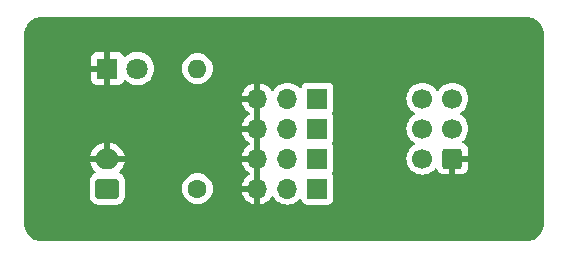
<source format=gbr>
%TF.GenerationSoftware,KiCad,Pcbnew,7.0.7*%
%TF.CreationDate,2024-12-21T21:28:54+01:00*%
%TF.ProjectId,servo_board,73657276-6f5f-4626-9f61-72642e6b6963,1.0*%
%TF.SameCoordinates,Original*%
%TF.FileFunction,Copper,L2,Bot*%
%TF.FilePolarity,Positive*%
%FSLAX46Y46*%
G04 Gerber Fmt 4.6, Leading zero omitted, Abs format (unit mm)*
G04 Created by KiCad (PCBNEW 7.0.7) date 2024-12-21 21:28:54*
%MOMM*%
%LPD*%
G01*
G04 APERTURE LIST*
G04 Aperture macros list*
%AMRoundRect*
0 Rectangle with rounded corners*
0 $1 Rounding radius*
0 $2 $3 $4 $5 $6 $7 $8 $9 X,Y pos of 4 corners*
0 Add a 4 corners polygon primitive as box body*
4,1,4,$2,$3,$4,$5,$6,$7,$8,$9,$2,$3,0*
0 Add four circle primitives for the rounded corners*
1,1,$1+$1,$2,$3*
1,1,$1+$1,$4,$5*
1,1,$1+$1,$6,$7*
1,1,$1+$1,$8,$9*
0 Add four rect primitives between the rounded corners*
20,1,$1+$1,$2,$3,$4,$5,0*
20,1,$1+$1,$4,$5,$6,$7,0*
20,1,$1+$1,$6,$7,$8,$9,0*
20,1,$1+$1,$8,$9,$2,$3,0*%
G04 Aperture macros list end*
%TA.AperFunction,ComponentPad*%
%ADD10C,1.600000*%
%TD*%
%TA.AperFunction,ComponentPad*%
%ADD11O,1.600000X1.600000*%
%TD*%
%TA.AperFunction,ComponentPad*%
%ADD12RoundRect,0.250000X0.750000X-0.600000X0.750000X0.600000X-0.750000X0.600000X-0.750000X-0.600000X0*%
%TD*%
%TA.AperFunction,ComponentPad*%
%ADD13O,2.000000X1.700000*%
%TD*%
%TA.AperFunction,ComponentPad*%
%ADD14R,1.700000X1.700000*%
%TD*%
%TA.AperFunction,ComponentPad*%
%ADD15O,1.700000X1.700000*%
%TD*%
%TA.AperFunction,ComponentPad*%
%ADD16RoundRect,0.250000X0.600000X0.600000X-0.600000X0.600000X-0.600000X-0.600000X0.600000X-0.600000X0*%
%TD*%
%TA.AperFunction,ComponentPad*%
%ADD17C,1.700000*%
%TD*%
%TA.AperFunction,ComponentPad*%
%ADD18R,1.800000X1.800000*%
%TD*%
%TA.AperFunction,ComponentPad*%
%ADD19C,1.800000*%
%TD*%
G04 APERTURE END LIST*
D10*
%TO.P,R1 220R,1*%
%TO.N,VDD*%
X90170000Y-66040000D03*
D11*
%TO.P,R1 220R,2*%
%TO.N,Net-(D1-A)*%
X90170000Y-55880000D03*
%TD*%
D12*
%TO.P,J6 XH,1,Pin_1*%
%TO.N,VDD*%
X82550000Y-66040000D03*
D13*
%TO.P,J6 XH,2,Pin_2*%
%TO.N,GND*%
X82550000Y-63540000D03*
%TD*%
D14*
%TO.P,J5,1,Pin_1*%
%TO.N,/Data_BL*%
X100330000Y-58420000D03*
D15*
%TO.P,J5,2,Pin_2*%
%TO.N,VDD*%
X97790000Y-58420000D03*
%TO.P,J5,3,Pin_3*%
%TO.N,GND*%
X95250000Y-58420000D03*
%TD*%
D14*
%TO.P,J4,1,Pin_1*%
%TO.N,/Data_BR*%
X100330000Y-60960000D03*
D15*
%TO.P,J4,2,Pin_2*%
%TO.N,VDD*%
X97790000Y-60960000D03*
%TO.P,J4,3,Pin_3*%
%TO.N,GND*%
X95250000Y-60960000D03*
%TD*%
D14*
%TO.P,J3,1,Pin_1*%
%TO.N,/Data_TR*%
X100330000Y-63500000D03*
D15*
%TO.P,J3,2,Pin_2*%
%TO.N,VDD*%
X97790000Y-63500000D03*
%TO.P,J3,3,Pin_3*%
%TO.N,GND*%
X95250000Y-63500000D03*
%TD*%
%TO.P,J2,3,Pin_3*%
%TO.N,GND*%
X95250000Y-66040000D03*
%TO.P,J2,2,Pin_2*%
%TO.N,VDD*%
X97790000Y-66040000D03*
D14*
%TO.P,J2,1,Pin_1*%
%TO.N,/Data_TL*%
X100330000Y-66040000D03*
%TD*%
D16*
%TO.P,J1 box,1,Pin_1*%
%TO.N,GND*%
X111760000Y-63500000D03*
D17*
%TO.P,J1 box,2,Pin_2*%
%TO.N,/Data_TL*%
X109220000Y-63500000D03*
%TO.P,J1 box,3,Pin_3*%
%TO.N,/Data_TR*%
X111760000Y-60960000D03*
%TO.P,J1 box,4,Pin_4*%
%TO.N,/Data_BR*%
X109220000Y-60960000D03*
%TO.P,J1 box,5,Pin_5*%
%TO.N,/Data_BL*%
X111760000Y-58420000D03*
%TO.P,J1 box,6,Pin_6*%
%TO.N,unconnected-(J1-Pin_6-Pad6)*%
X109220000Y-58420000D03*
%TD*%
D18*
%TO.P,D1 led,1,K*%
%TO.N,GND*%
X82550000Y-55880000D03*
D19*
%TO.P,D1 led,2,A*%
%TO.N,Net-(D1-A)*%
X85090000Y-55880000D03*
%TD*%
%TA.AperFunction,Conductor*%
%TO.N,GND*%
G36*
X95427512Y-63999507D02*
G01*
X95480315Y-64045262D01*
X95500000Y-64112301D01*
X95500000Y-65427698D01*
X95480315Y-65494737D01*
X95427511Y-65540492D01*
X95358355Y-65550436D01*
X95285766Y-65540000D01*
X95285763Y-65540000D01*
X95214237Y-65540000D01*
X95214233Y-65540000D01*
X95141645Y-65550436D01*
X95072487Y-65540492D01*
X95019684Y-65494736D01*
X95000000Y-65427698D01*
X95000000Y-64112301D01*
X95019685Y-64045262D01*
X95072489Y-63999507D01*
X95141647Y-63989563D01*
X95214237Y-64000000D01*
X95214238Y-64000000D01*
X95285762Y-64000000D01*
X95285763Y-64000000D01*
X95358353Y-63989563D01*
X95427512Y-63999507D01*
G37*
%TD.AperFunction*%
%TA.AperFunction,Conductor*%
G36*
X95427512Y-61459507D02*
G01*
X95480315Y-61505262D01*
X95500000Y-61572301D01*
X95500000Y-62887698D01*
X95480315Y-62954737D01*
X95427511Y-63000492D01*
X95358355Y-63010436D01*
X95285766Y-63000000D01*
X95285763Y-63000000D01*
X95214237Y-63000000D01*
X95214233Y-63000000D01*
X95141645Y-63010436D01*
X95072487Y-63000492D01*
X95019684Y-62954736D01*
X95000000Y-62887698D01*
X95000000Y-61572301D01*
X95019685Y-61505262D01*
X95072489Y-61459507D01*
X95141647Y-61449563D01*
X95214237Y-61460000D01*
X95214238Y-61460000D01*
X95285762Y-61460000D01*
X95285763Y-61460000D01*
X95358353Y-61449563D01*
X95427512Y-61459507D01*
G37*
%TD.AperFunction*%
%TA.AperFunction,Conductor*%
G36*
X95427512Y-58919507D02*
G01*
X95480315Y-58965262D01*
X95500000Y-59032301D01*
X95500000Y-60347698D01*
X95480315Y-60414737D01*
X95427511Y-60460492D01*
X95358355Y-60470436D01*
X95285766Y-60460000D01*
X95285763Y-60460000D01*
X95214237Y-60460000D01*
X95214233Y-60460000D01*
X95141645Y-60470436D01*
X95072487Y-60460492D01*
X95019684Y-60414736D01*
X95000000Y-60347698D01*
X95000000Y-59032301D01*
X95019685Y-58965262D01*
X95072489Y-58919507D01*
X95141647Y-58909563D01*
X95214237Y-58920000D01*
X95214238Y-58920000D01*
X95285762Y-58920000D01*
X95285763Y-58920000D01*
X95358353Y-58909563D01*
X95427512Y-58919507D01*
G37*
%TD.AperFunction*%
%TA.AperFunction,Conductor*%
G36*
X118002208Y-51500657D02*
G01*
X118204561Y-51515130D01*
X118222063Y-51517647D01*
X118413797Y-51559355D01*
X118430755Y-51564334D01*
X118614609Y-51632909D01*
X118630701Y-51640259D01*
X118802904Y-51734288D01*
X118817784Y-51743849D01*
X118974867Y-51861441D01*
X118988237Y-51873027D01*
X119126972Y-52011762D01*
X119138558Y-52025132D01*
X119256146Y-52182210D01*
X119265711Y-52197095D01*
X119359740Y-52369298D01*
X119367090Y-52385390D01*
X119435662Y-52569236D01*
X119440646Y-52586212D01*
X119482351Y-52777931D01*
X119484869Y-52795442D01*
X119499342Y-52997788D01*
X119499500Y-53002212D01*
X119499500Y-68997786D01*
X119499342Y-69002210D01*
X119484869Y-69204557D01*
X119482351Y-69222068D01*
X119440646Y-69413787D01*
X119435662Y-69430763D01*
X119367090Y-69614609D01*
X119359740Y-69630701D01*
X119265711Y-69802904D01*
X119256146Y-69817789D01*
X119138558Y-69974867D01*
X119126972Y-69988237D01*
X118988237Y-70126972D01*
X118974867Y-70138558D01*
X118817789Y-70256146D01*
X118802904Y-70265711D01*
X118630701Y-70359740D01*
X118614609Y-70367090D01*
X118430763Y-70435662D01*
X118413787Y-70440646D01*
X118222068Y-70482351D01*
X118204557Y-70484869D01*
X118023733Y-70497802D01*
X118002208Y-70499342D01*
X117997786Y-70499500D01*
X77002214Y-70499500D01*
X76997791Y-70499342D01*
X76973413Y-70497598D01*
X76795442Y-70484869D01*
X76777931Y-70482351D01*
X76586212Y-70440646D01*
X76569236Y-70435662D01*
X76385390Y-70367090D01*
X76369298Y-70359740D01*
X76197095Y-70265711D01*
X76182210Y-70256146D01*
X76025132Y-70138558D01*
X76011762Y-70126972D01*
X75873027Y-69988237D01*
X75861441Y-69974867D01*
X75743849Y-69817784D01*
X75734288Y-69802904D01*
X75640259Y-69630701D01*
X75632909Y-69614609D01*
X75572091Y-69451551D01*
X75564334Y-69430755D01*
X75559355Y-69413797D01*
X75517647Y-69222063D01*
X75515130Y-69204556D01*
X75500658Y-69002210D01*
X75500500Y-68997786D01*
X75500500Y-66690001D01*
X81049500Y-66690001D01*
X81049501Y-66690018D01*
X81060000Y-66792796D01*
X81060001Y-66792799D01*
X81108078Y-66937883D01*
X81115186Y-66959334D01*
X81207288Y-67108656D01*
X81331344Y-67232712D01*
X81480666Y-67324814D01*
X81647203Y-67379999D01*
X81749991Y-67390500D01*
X83350008Y-67390499D01*
X83452797Y-67379999D01*
X83619334Y-67324814D01*
X83768656Y-67232712D01*
X83892712Y-67108656D01*
X83984814Y-66959334D01*
X84039999Y-66792797D01*
X84050500Y-66690009D01*
X84050500Y-66040001D01*
X88864532Y-66040001D01*
X88884364Y-66266686D01*
X88884366Y-66266697D01*
X88943258Y-66486488D01*
X88943261Y-66486497D01*
X89039431Y-66692732D01*
X89039432Y-66692734D01*
X89169954Y-66879141D01*
X89330858Y-67040045D01*
X89330861Y-67040047D01*
X89517266Y-67170568D01*
X89723504Y-67266739D01*
X89943308Y-67325635D01*
X90105230Y-67339801D01*
X90169998Y-67345468D01*
X90170000Y-67345468D01*
X90170002Y-67345468D01*
X90226673Y-67340509D01*
X90396692Y-67325635D01*
X90616496Y-67266739D01*
X90822734Y-67170568D01*
X91009139Y-67040047D01*
X91170047Y-66879139D01*
X91300568Y-66692734D01*
X91396739Y-66486496D01*
X91449390Y-66290000D01*
X93919364Y-66290000D01*
X93976567Y-66503486D01*
X93976570Y-66503492D01*
X94076399Y-66717578D01*
X94211894Y-66911082D01*
X94378917Y-67078105D01*
X94572421Y-67213600D01*
X94786507Y-67313429D01*
X94786516Y-67313433D01*
X95000000Y-67370634D01*
X95000000Y-66652301D01*
X95019685Y-66585262D01*
X95072489Y-66539507D01*
X95141647Y-66529563D01*
X95214237Y-66540000D01*
X95214238Y-66540000D01*
X95285762Y-66540000D01*
X95285763Y-66540000D01*
X95358353Y-66529563D01*
X95427512Y-66539507D01*
X95480315Y-66585262D01*
X95500000Y-66652301D01*
X95500000Y-67370633D01*
X95713483Y-67313433D01*
X95713492Y-67313429D01*
X95927578Y-67213600D01*
X96121082Y-67078105D01*
X96288105Y-66911082D01*
X96418119Y-66725405D01*
X96472696Y-66681781D01*
X96542195Y-66674588D01*
X96604549Y-66706110D01*
X96621269Y-66725405D01*
X96751505Y-66911401D01*
X96918599Y-67078495D01*
X97015384Y-67146265D01*
X97112165Y-67214032D01*
X97112167Y-67214033D01*
X97112170Y-67214035D01*
X97326337Y-67313903D01*
X97554592Y-67375063D01*
X97731034Y-67390500D01*
X97789999Y-67395659D01*
X97790000Y-67395659D01*
X97790001Y-67395659D01*
X97848966Y-67390500D01*
X98025408Y-67375063D01*
X98253663Y-67313903D01*
X98467830Y-67214035D01*
X98661401Y-67078495D01*
X98783329Y-66956566D01*
X98844648Y-66923084D01*
X98914340Y-66928068D01*
X98970274Y-66969939D01*
X98987189Y-67000917D01*
X99036202Y-67132328D01*
X99036206Y-67132335D01*
X99122452Y-67247544D01*
X99122455Y-67247547D01*
X99237664Y-67333793D01*
X99237671Y-67333797D01*
X99372517Y-67384091D01*
X99372516Y-67384091D01*
X99379444Y-67384835D01*
X99432127Y-67390500D01*
X101227872Y-67390499D01*
X101287483Y-67384091D01*
X101422331Y-67333796D01*
X101537546Y-67247546D01*
X101623796Y-67132331D01*
X101674091Y-66997483D01*
X101680500Y-66937873D01*
X101680499Y-65142128D01*
X101674091Y-65082517D01*
X101672810Y-65079083D01*
X101623797Y-64947671D01*
X101623793Y-64947664D01*
X101546422Y-64844310D01*
X101522004Y-64778846D01*
X101536855Y-64710573D01*
X101546411Y-64695702D01*
X101623796Y-64592331D01*
X101674091Y-64457483D01*
X101680500Y-64397873D01*
X101680499Y-63500000D01*
X107864341Y-63500000D01*
X107884936Y-63735403D01*
X107884938Y-63735413D01*
X107946094Y-63963655D01*
X107946096Y-63963659D01*
X107946097Y-63963663D01*
X108015408Y-64112301D01*
X108045965Y-64177830D01*
X108045967Y-64177834D01*
X108098387Y-64252697D01*
X108181505Y-64371401D01*
X108348599Y-64538495D01*
X108425483Y-64592330D01*
X108542165Y-64674032D01*
X108542167Y-64674033D01*
X108542170Y-64674035D01*
X108756337Y-64773903D01*
X108756343Y-64773904D01*
X108756344Y-64773905D01*
X108795356Y-64784358D01*
X108984592Y-64835063D01*
X109172918Y-64851539D01*
X109219999Y-64855659D01*
X109220000Y-64855659D01*
X109220001Y-64855659D01*
X109259234Y-64852226D01*
X109455408Y-64835063D01*
X109683663Y-64773903D01*
X109897830Y-64674035D01*
X110091401Y-64538495D01*
X110258495Y-64371401D01*
X110258505Y-64371385D01*
X110260015Y-64369588D01*
X110260890Y-64369005D01*
X110262323Y-64367573D01*
X110262610Y-64367860D01*
X110318185Y-64330884D01*
X110388046Y-64329772D01*
X110447418Y-64366607D01*
X110472713Y-64410283D01*
X110475640Y-64419117D01*
X110475643Y-64419124D01*
X110567684Y-64568345D01*
X110691654Y-64692315D01*
X110840875Y-64784356D01*
X110840880Y-64784358D01*
X111007302Y-64839505D01*
X111007309Y-64839506D01*
X111110019Y-64849999D01*
X111509999Y-64849999D01*
X111510000Y-64849998D01*
X111510000Y-64112301D01*
X111529685Y-64045262D01*
X111582489Y-63999507D01*
X111651647Y-63989563D01*
X111724237Y-64000000D01*
X111724238Y-64000000D01*
X111795762Y-64000000D01*
X111795763Y-64000000D01*
X111868353Y-63989563D01*
X111937512Y-63999507D01*
X111990315Y-64045262D01*
X112010000Y-64112301D01*
X112010000Y-64849999D01*
X112409972Y-64849999D01*
X112409986Y-64849998D01*
X112512697Y-64839505D01*
X112679119Y-64784358D01*
X112679124Y-64784356D01*
X112828345Y-64692315D01*
X112952315Y-64568345D01*
X113044356Y-64419124D01*
X113044358Y-64419119D01*
X113099505Y-64252697D01*
X113099506Y-64252690D01*
X113109999Y-64149986D01*
X113110000Y-64149973D01*
X113110000Y-63750000D01*
X112373347Y-63750000D01*
X112306308Y-63730315D01*
X112260553Y-63677511D01*
X112250609Y-63608353D01*
X112254369Y-63591067D01*
X112260000Y-63571888D01*
X112260000Y-63428111D01*
X112254369Y-63408933D01*
X112254370Y-63339064D01*
X112292145Y-63280286D01*
X112355701Y-63251262D01*
X112373347Y-63250000D01*
X113109999Y-63250000D01*
X113109999Y-62850028D01*
X113109998Y-62850013D01*
X113099505Y-62747302D01*
X113044358Y-62580880D01*
X113044356Y-62580875D01*
X112952315Y-62431654D01*
X112828345Y-62307684D01*
X112679124Y-62215643D01*
X112679117Y-62215640D01*
X112670283Y-62212713D01*
X112612839Y-62172939D01*
X112586018Y-62108422D01*
X112598335Y-62039647D01*
X112627682Y-62002432D01*
X112627573Y-62002323D01*
X112628495Y-62001400D01*
X112629588Y-62000015D01*
X112631385Y-61998505D01*
X112631401Y-61998495D01*
X112798495Y-61831401D01*
X112934035Y-61637830D01*
X113033903Y-61423663D01*
X113095063Y-61195408D01*
X113115659Y-60960000D01*
X113095063Y-60724592D01*
X113033903Y-60496337D01*
X112934035Y-60282171D01*
X112928731Y-60274595D01*
X112798494Y-60088597D01*
X112631402Y-59921506D01*
X112631396Y-59921501D01*
X112445842Y-59791575D01*
X112402217Y-59736998D01*
X112395023Y-59667500D01*
X112426546Y-59605145D01*
X112445842Y-59588425D01*
X112554515Y-59512331D01*
X112631401Y-59458495D01*
X112798495Y-59291401D01*
X112934035Y-59097830D01*
X113033903Y-58883663D01*
X113095063Y-58655408D01*
X113115659Y-58420000D01*
X113095063Y-58184592D01*
X113033903Y-57956337D01*
X112934035Y-57742171D01*
X112928731Y-57734595D01*
X112798494Y-57548597D01*
X112631402Y-57381506D01*
X112631395Y-57381501D01*
X112437834Y-57245967D01*
X112437830Y-57245965D01*
X112429964Y-57242297D01*
X112223663Y-57146097D01*
X112223659Y-57146096D01*
X112223655Y-57146094D01*
X111995413Y-57084938D01*
X111995403Y-57084936D01*
X111760001Y-57064341D01*
X111759999Y-57064341D01*
X111524596Y-57084936D01*
X111524586Y-57084938D01*
X111296344Y-57146094D01*
X111296335Y-57146098D01*
X111082171Y-57245964D01*
X111082169Y-57245965D01*
X110888597Y-57381505D01*
X110721505Y-57548597D01*
X110591575Y-57734158D01*
X110536998Y-57777783D01*
X110467500Y-57784977D01*
X110405145Y-57753454D01*
X110388425Y-57734158D01*
X110258494Y-57548597D01*
X110091402Y-57381506D01*
X110091395Y-57381501D01*
X109897834Y-57245967D01*
X109897830Y-57245965D01*
X109889964Y-57242297D01*
X109683663Y-57146097D01*
X109683659Y-57146096D01*
X109683655Y-57146094D01*
X109455413Y-57084938D01*
X109455403Y-57084936D01*
X109220001Y-57064341D01*
X109219999Y-57064341D01*
X108984596Y-57084936D01*
X108984586Y-57084938D01*
X108756344Y-57146094D01*
X108756335Y-57146098D01*
X108542171Y-57245964D01*
X108542169Y-57245965D01*
X108348597Y-57381505D01*
X108181505Y-57548597D01*
X108045965Y-57742169D01*
X108045964Y-57742171D01*
X107946098Y-57956335D01*
X107946094Y-57956344D01*
X107884938Y-58184586D01*
X107884936Y-58184596D01*
X107864341Y-58419999D01*
X107864341Y-58420000D01*
X107884936Y-58655403D01*
X107884938Y-58655413D01*
X107946094Y-58883655D01*
X107946096Y-58883659D01*
X107946097Y-58883663D01*
X108015408Y-59032301D01*
X108045965Y-59097830D01*
X108045967Y-59097834D01*
X108154281Y-59252521D01*
X108181504Y-59291400D01*
X108181506Y-59291402D01*
X108348597Y-59458493D01*
X108348603Y-59458498D01*
X108534158Y-59588425D01*
X108577783Y-59643002D01*
X108584977Y-59712500D01*
X108553454Y-59774855D01*
X108534158Y-59791575D01*
X108348597Y-59921505D01*
X108181505Y-60088597D01*
X108045965Y-60282169D01*
X108045964Y-60282171D01*
X107946098Y-60496335D01*
X107946094Y-60496344D01*
X107884938Y-60724586D01*
X107884936Y-60724596D01*
X107864341Y-60959999D01*
X107864341Y-60960000D01*
X107884936Y-61195403D01*
X107884938Y-61195413D01*
X107946094Y-61423655D01*
X107946096Y-61423659D01*
X107946097Y-61423663D01*
X108015408Y-61572301D01*
X108045965Y-61637830D01*
X108045967Y-61637834D01*
X108154281Y-61792521D01*
X108181504Y-61831400D01*
X108181506Y-61831402D01*
X108348597Y-61998493D01*
X108348603Y-61998498D01*
X108534158Y-62128425D01*
X108577783Y-62183002D01*
X108584977Y-62252500D01*
X108553454Y-62314855D01*
X108534158Y-62331575D01*
X108348597Y-62461505D01*
X108181505Y-62628597D01*
X108045965Y-62822169D01*
X108045964Y-62822171D01*
X107946098Y-63036335D01*
X107946094Y-63036344D01*
X107884938Y-63264586D01*
X107884936Y-63264596D01*
X107864341Y-63499999D01*
X107864341Y-63500000D01*
X101680499Y-63500000D01*
X101680499Y-62602128D01*
X101674091Y-62542517D01*
X101672810Y-62539083D01*
X101623797Y-62407671D01*
X101623793Y-62407664D01*
X101546422Y-62304310D01*
X101522004Y-62238846D01*
X101536855Y-62170573D01*
X101546411Y-62155702D01*
X101623796Y-62052331D01*
X101674091Y-61917483D01*
X101680500Y-61857873D01*
X101680499Y-60062128D01*
X101674091Y-60002517D01*
X101672810Y-59999083D01*
X101623797Y-59867671D01*
X101623795Y-59867668D01*
X101546421Y-59764309D01*
X101522004Y-59698848D01*
X101536855Y-59630575D01*
X101546416Y-59615696D01*
X101623796Y-59512331D01*
X101674091Y-59377483D01*
X101680500Y-59317873D01*
X101680499Y-57522128D01*
X101674091Y-57462517D01*
X101672810Y-57459083D01*
X101623797Y-57327671D01*
X101623793Y-57327664D01*
X101537547Y-57212455D01*
X101537544Y-57212452D01*
X101422335Y-57126206D01*
X101422328Y-57126202D01*
X101287482Y-57075908D01*
X101287483Y-57075908D01*
X101227883Y-57069501D01*
X101227881Y-57069500D01*
X101227873Y-57069500D01*
X101227864Y-57069500D01*
X99432129Y-57069500D01*
X99432123Y-57069501D01*
X99372516Y-57075908D01*
X99237671Y-57126202D01*
X99237664Y-57126206D01*
X99122455Y-57212452D01*
X99122452Y-57212455D01*
X99036206Y-57327664D01*
X99036203Y-57327669D01*
X98987189Y-57459083D01*
X98945317Y-57515016D01*
X98879853Y-57539433D01*
X98811580Y-57524581D01*
X98783326Y-57503430D01*
X98661402Y-57381506D01*
X98661395Y-57381501D01*
X98467834Y-57245967D01*
X98467830Y-57245965D01*
X98459964Y-57242297D01*
X98253663Y-57146097D01*
X98253659Y-57146096D01*
X98253655Y-57146094D01*
X98025413Y-57084938D01*
X98025403Y-57084936D01*
X97790001Y-57064341D01*
X97789999Y-57064341D01*
X97554596Y-57084936D01*
X97554586Y-57084938D01*
X97326344Y-57146094D01*
X97326335Y-57146098D01*
X97112171Y-57245964D01*
X97112169Y-57245965D01*
X96918597Y-57381505D01*
X96751508Y-57548594D01*
X96621269Y-57734595D01*
X96566692Y-57778219D01*
X96497193Y-57785412D01*
X96434839Y-57753890D01*
X96418119Y-57734594D01*
X96288113Y-57548926D01*
X96288108Y-57548920D01*
X96121082Y-57381894D01*
X95927578Y-57246399D01*
X95713492Y-57146570D01*
X95713486Y-57146567D01*
X95500000Y-57089364D01*
X95500000Y-57807698D01*
X95480315Y-57874737D01*
X95427511Y-57920492D01*
X95358355Y-57930436D01*
X95285766Y-57920000D01*
X95285763Y-57920000D01*
X95214237Y-57920000D01*
X95214233Y-57920000D01*
X95141645Y-57930436D01*
X95072487Y-57920492D01*
X95019684Y-57874736D01*
X95000000Y-57807698D01*
X95000000Y-57089364D01*
X94999999Y-57089364D01*
X94786513Y-57146567D01*
X94786507Y-57146570D01*
X94572422Y-57246399D01*
X94572420Y-57246400D01*
X94378926Y-57381886D01*
X94378920Y-57381891D01*
X94211891Y-57548920D01*
X94211886Y-57548926D01*
X94076400Y-57742420D01*
X94076399Y-57742422D01*
X93976570Y-57956507D01*
X93976567Y-57956513D01*
X93919364Y-58169999D01*
X93919364Y-58170000D01*
X94636653Y-58170000D01*
X94703692Y-58189685D01*
X94749447Y-58242489D01*
X94759391Y-58311647D01*
X94755631Y-58328933D01*
X94750000Y-58348111D01*
X94750000Y-58491888D01*
X94755631Y-58511067D01*
X94755630Y-58580936D01*
X94717855Y-58639714D01*
X94654299Y-58668738D01*
X94636653Y-58670000D01*
X93919364Y-58670000D01*
X93976567Y-58883486D01*
X93976570Y-58883492D01*
X94076399Y-59097578D01*
X94211894Y-59291082D01*
X94378917Y-59458105D01*
X94565031Y-59588425D01*
X94608656Y-59643003D01*
X94615848Y-59712501D01*
X94584326Y-59774856D01*
X94565031Y-59791575D01*
X94378922Y-59921890D01*
X94378920Y-59921891D01*
X94211891Y-60088920D01*
X94211886Y-60088926D01*
X94076400Y-60282420D01*
X94076399Y-60282422D01*
X93976570Y-60496507D01*
X93976567Y-60496513D01*
X93919364Y-60709999D01*
X93919364Y-60710000D01*
X94636653Y-60710000D01*
X94703692Y-60729685D01*
X94749447Y-60782489D01*
X94759391Y-60851647D01*
X94755631Y-60868933D01*
X94750000Y-60888111D01*
X94750000Y-61031888D01*
X94755631Y-61051067D01*
X94755630Y-61120936D01*
X94717855Y-61179714D01*
X94654299Y-61208738D01*
X94636653Y-61210000D01*
X93919364Y-61210000D01*
X93976567Y-61423486D01*
X93976570Y-61423492D01*
X94076399Y-61637578D01*
X94211894Y-61831082D01*
X94378917Y-61998105D01*
X94565031Y-62128425D01*
X94608656Y-62183003D01*
X94615848Y-62252501D01*
X94584326Y-62314856D01*
X94565031Y-62331575D01*
X94378922Y-62461890D01*
X94378920Y-62461891D01*
X94211891Y-62628920D01*
X94211886Y-62628926D01*
X94076400Y-62822420D01*
X94076399Y-62822422D01*
X93976570Y-63036507D01*
X93976567Y-63036513D01*
X93919364Y-63249999D01*
X93919364Y-63250000D01*
X94636653Y-63250000D01*
X94703692Y-63269685D01*
X94749447Y-63322489D01*
X94759391Y-63391647D01*
X94755631Y-63408933D01*
X94750000Y-63428111D01*
X94750000Y-63571888D01*
X94755631Y-63591067D01*
X94755630Y-63660936D01*
X94717855Y-63719714D01*
X94654299Y-63748738D01*
X94636653Y-63750000D01*
X93919364Y-63750000D01*
X93976567Y-63963486D01*
X93976570Y-63963492D01*
X94076399Y-64177578D01*
X94211894Y-64371082D01*
X94378917Y-64538105D01*
X94565031Y-64668425D01*
X94608656Y-64723003D01*
X94615848Y-64792501D01*
X94584326Y-64854856D01*
X94565031Y-64871575D01*
X94378922Y-65001890D01*
X94378920Y-65001891D01*
X94211891Y-65168920D01*
X94211886Y-65168926D01*
X94076400Y-65362420D01*
X94076399Y-65362422D01*
X93976570Y-65576507D01*
X93976567Y-65576513D01*
X93919364Y-65789999D01*
X93919364Y-65790000D01*
X94636653Y-65790000D01*
X94703692Y-65809685D01*
X94749447Y-65862489D01*
X94759391Y-65931647D01*
X94755631Y-65948933D01*
X94750000Y-65968111D01*
X94750000Y-66111888D01*
X94755631Y-66131067D01*
X94755630Y-66200936D01*
X94717855Y-66259714D01*
X94654299Y-66288738D01*
X94636653Y-66290000D01*
X93919364Y-66290000D01*
X91449390Y-66290000D01*
X91455635Y-66266692D01*
X91475468Y-66040000D01*
X91455635Y-65813308D01*
X91396739Y-65593504D01*
X91300568Y-65387266D01*
X91170047Y-65200861D01*
X91170045Y-65200858D01*
X91009141Y-65039954D01*
X90822734Y-64909432D01*
X90822732Y-64909431D01*
X90616497Y-64813261D01*
X90616488Y-64813258D01*
X90396697Y-64754366D01*
X90396693Y-64754365D01*
X90396692Y-64754365D01*
X90396691Y-64754364D01*
X90396686Y-64754364D01*
X90170002Y-64734532D01*
X90169998Y-64734532D01*
X89943313Y-64754364D01*
X89943302Y-64754366D01*
X89723511Y-64813258D01*
X89723502Y-64813261D01*
X89517267Y-64909431D01*
X89517265Y-64909432D01*
X89330858Y-65039954D01*
X89169954Y-65200858D01*
X89039432Y-65387265D01*
X89039431Y-65387267D01*
X88943261Y-65593502D01*
X88943258Y-65593511D01*
X88884366Y-65813302D01*
X88884364Y-65813313D01*
X88864532Y-66039998D01*
X88864532Y-66040001D01*
X84050500Y-66040001D01*
X84050499Y-65389992D01*
X84050220Y-65387265D01*
X84039999Y-65287203D01*
X84039998Y-65287200D01*
X84011387Y-65200858D01*
X83984814Y-65120666D01*
X83892712Y-64971344D01*
X83768656Y-64847288D01*
X83649676Y-64773901D01*
X83613441Y-64751551D01*
X83566717Y-64699603D01*
X83555494Y-64630640D01*
X83583338Y-64566558D01*
X83590857Y-64558331D01*
X83738105Y-64411082D01*
X83873600Y-64217578D01*
X83973429Y-64003492D01*
X83973432Y-64003486D01*
X84030636Y-63790000D01*
X83163347Y-63790000D01*
X83096308Y-63770315D01*
X83050553Y-63717511D01*
X83040609Y-63648353D01*
X83044369Y-63631067D01*
X83050000Y-63611888D01*
X83050000Y-63468111D01*
X83044369Y-63448933D01*
X83044370Y-63379064D01*
X83082145Y-63320286D01*
X83145701Y-63291262D01*
X83163347Y-63290000D01*
X84030636Y-63290000D01*
X84030635Y-63289999D01*
X83973432Y-63076513D01*
X83973429Y-63076507D01*
X83873600Y-62862422D01*
X83873599Y-62862420D01*
X83738113Y-62668926D01*
X83738108Y-62668920D01*
X83571079Y-62501891D01*
X83571073Y-62501886D01*
X83377579Y-62366400D01*
X83377577Y-62366399D01*
X83163492Y-62266570D01*
X83163483Y-62266566D01*
X82935326Y-62205432D01*
X82935316Y-62205430D01*
X82800000Y-62193590D01*
X82800000Y-62927698D01*
X82780315Y-62994737D01*
X82727511Y-63040492D01*
X82658355Y-63050436D01*
X82585766Y-63040000D01*
X82585763Y-63040000D01*
X82514237Y-63040000D01*
X82514233Y-63040000D01*
X82441644Y-63050436D01*
X82372486Y-63040492D01*
X82319683Y-62994736D01*
X82299999Y-62927698D01*
X82299999Y-62193590D01*
X82164683Y-62205430D01*
X82164673Y-62205432D01*
X81936516Y-62266566D01*
X81936507Y-62266570D01*
X81722422Y-62366399D01*
X81722420Y-62366400D01*
X81528926Y-62501886D01*
X81528920Y-62501891D01*
X81361894Y-62668917D01*
X81226399Y-62862421D01*
X81126570Y-63076507D01*
X81126567Y-63076513D01*
X81069364Y-63289999D01*
X81069364Y-63290000D01*
X81936653Y-63290000D01*
X82003692Y-63309685D01*
X82049447Y-63362489D01*
X82059391Y-63431647D01*
X82055631Y-63448933D01*
X82050000Y-63468111D01*
X82050000Y-63611888D01*
X82055631Y-63631067D01*
X82055630Y-63700936D01*
X82017855Y-63759714D01*
X81954299Y-63788738D01*
X81936653Y-63790000D01*
X81069364Y-63790000D01*
X81126567Y-64003486D01*
X81126570Y-64003492D01*
X81226399Y-64217577D01*
X81226400Y-64217579D01*
X81361886Y-64411073D01*
X81509143Y-64558331D01*
X81542627Y-64619654D01*
X81537643Y-64689346D01*
X81495771Y-64745279D01*
X81486558Y-64751550D01*
X81331347Y-64847285D01*
X81331343Y-64847288D01*
X81207289Y-64971342D01*
X81115187Y-65120663D01*
X81115185Y-65120668D01*
X81099196Y-65168920D01*
X81060001Y-65287203D01*
X81060001Y-65287204D01*
X81060000Y-65287204D01*
X81049500Y-65389983D01*
X81049500Y-66690001D01*
X75500500Y-66690001D01*
X75500500Y-56827844D01*
X81150000Y-56827844D01*
X81156401Y-56887372D01*
X81156403Y-56887379D01*
X81206645Y-57022086D01*
X81206649Y-57022093D01*
X81292809Y-57137187D01*
X81292812Y-57137190D01*
X81407906Y-57223350D01*
X81407913Y-57223354D01*
X81542620Y-57273596D01*
X81542627Y-57273598D01*
X81602155Y-57279999D01*
X81602172Y-57280000D01*
X82300000Y-57280000D01*
X82300000Y-56441821D01*
X82319685Y-56374782D01*
X82372489Y-56329027D01*
X82441647Y-56319083D01*
X82460547Y-56323329D01*
X82482173Y-56330000D01*
X82583723Y-56330000D01*
X82583724Y-56330000D01*
X82657519Y-56318877D01*
X82726742Y-56328350D01*
X82779857Y-56373744D01*
X82799997Y-56440648D01*
X82800000Y-56441492D01*
X82800000Y-57280000D01*
X83497828Y-57280000D01*
X83497844Y-57279999D01*
X83557372Y-57273598D01*
X83557379Y-57273596D01*
X83692086Y-57223354D01*
X83692093Y-57223350D01*
X83807187Y-57137190D01*
X83807190Y-57137187D01*
X83893350Y-57022093D01*
X83893355Y-57022084D01*
X83922075Y-56945081D01*
X83963945Y-56889147D01*
X84029409Y-56864729D01*
X84097682Y-56879580D01*
X84129484Y-56904428D01*
X84138216Y-56913913D01*
X84138219Y-56913915D01*
X84138222Y-56913918D01*
X84321365Y-57056464D01*
X84321371Y-57056468D01*
X84321374Y-57056470D01*
X84525497Y-57166936D01*
X84579479Y-57185468D01*
X84745015Y-57242297D01*
X84745017Y-57242297D01*
X84745019Y-57242298D01*
X84973951Y-57280500D01*
X84973952Y-57280500D01*
X85206048Y-57280500D01*
X85206049Y-57280500D01*
X85434981Y-57242298D01*
X85654503Y-57166936D01*
X85858626Y-57056470D01*
X86041784Y-56913913D01*
X86198979Y-56743153D01*
X86325924Y-56548849D01*
X86419157Y-56336300D01*
X86476134Y-56111305D01*
X86476516Y-56106697D01*
X86495300Y-55880006D01*
X86495300Y-55880001D01*
X88864532Y-55880001D01*
X88884364Y-56106686D01*
X88884366Y-56106697D01*
X88943258Y-56326488D01*
X88943261Y-56326497D01*
X89039431Y-56532732D01*
X89039432Y-56532734D01*
X89169954Y-56719141D01*
X89330858Y-56880045D01*
X89330861Y-56880047D01*
X89517266Y-57010568D01*
X89723504Y-57106739D01*
X89943308Y-57165635D01*
X90105230Y-57179801D01*
X90169998Y-57185468D01*
X90170000Y-57185468D01*
X90170002Y-57185468D01*
X90226673Y-57180509D01*
X90396692Y-57165635D01*
X90616496Y-57106739D01*
X90822734Y-57010568D01*
X91009139Y-56880047D01*
X91170047Y-56719139D01*
X91300568Y-56532734D01*
X91396739Y-56326496D01*
X91455635Y-56106692D01*
X91472634Y-55912384D01*
X91475468Y-55880001D01*
X91475468Y-55879998D01*
X91460922Y-55713740D01*
X91455635Y-55653308D01*
X91396739Y-55433504D01*
X91300568Y-55227266D01*
X91170047Y-55040861D01*
X91170045Y-55040858D01*
X91009141Y-54879954D01*
X90822734Y-54749432D01*
X90822732Y-54749431D01*
X90616497Y-54653261D01*
X90616488Y-54653258D01*
X90396697Y-54594366D01*
X90396693Y-54594365D01*
X90396692Y-54594365D01*
X90396691Y-54594364D01*
X90396686Y-54594364D01*
X90170002Y-54574532D01*
X90169998Y-54574532D01*
X89943313Y-54594364D01*
X89943302Y-54594366D01*
X89723511Y-54653258D01*
X89723502Y-54653261D01*
X89517267Y-54749431D01*
X89517265Y-54749432D01*
X89330858Y-54879954D01*
X89169954Y-55040858D01*
X89039432Y-55227265D01*
X89039431Y-55227267D01*
X88943261Y-55433502D01*
X88943258Y-55433511D01*
X88884366Y-55653302D01*
X88884364Y-55653313D01*
X88864532Y-55879998D01*
X88864532Y-55880001D01*
X86495300Y-55880001D01*
X86495300Y-55879993D01*
X86476135Y-55648702D01*
X86476133Y-55648691D01*
X86419157Y-55423699D01*
X86325924Y-55211151D01*
X86198983Y-55016852D01*
X86198980Y-55016849D01*
X86198979Y-55016847D01*
X86041784Y-54846087D01*
X86041779Y-54846083D01*
X86041777Y-54846081D01*
X85858634Y-54703535D01*
X85858628Y-54703531D01*
X85654504Y-54593064D01*
X85654495Y-54593061D01*
X85434984Y-54517702D01*
X85247404Y-54486401D01*
X85206049Y-54479500D01*
X84973951Y-54479500D01*
X84932596Y-54486401D01*
X84745015Y-54517702D01*
X84525504Y-54593061D01*
X84525495Y-54593064D01*
X84321371Y-54703531D01*
X84321365Y-54703535D01*
X84138222Y-54846081D01*
X84138215Y-54846087D01*
X84129484Y-54855572D01*
X84069595Y-54891561D01*
X83999757Y-54889458D01*
X83942143Y-54849932D01*
X83922075Y-54814918D01*
X83893355Y-54737915D01*
X83893350Y-54737906D01*
X83807190Y-54622812D01*
X83807187Y-54622809D01*
X83692093Y-54536649D01*
X83692086Y-54536645D01*
X83557379Y-54486403D01*
X83557372Y-54486401D01*
X83497844Y-54480000D01*
X82800000Y-54480000D01*
X82800000Y-55318178D01*
X82780315Y-55385217D01*
X82727511Y-55430972D01*
X82658353Y-55440916D01*
X82639454Y-55436670D01*
X82617829Y-55430000D01*
X82617827Y-55430000D01*
X82516276Y-55430000D01*
X82516268Y-55430000D01*
X82442481Y-55441122D01*
X82373256Y-55431649D01*
X82320143Y-55386254D01*
X82300003Y-55319350D01*
X82300000Y-55318507D01*
X82300000Y-54480000D01*
X81602155Y-54480000D01*
X81542627Y-54486401D01*
X81542620Y-54486403D01*
X81407913Y-54536645D01*
X81407906Y-54536649D01*
X81292812Y-54622809D01*
X81292809Y-54622812D01*
X81206649Y-54737906D01*
X81206645Y-54737913D01*
X81156403Y-54872620D01*
X81156401Y-54872627D01*
X81150000Y-54932155D01*
X81150000Y-55630000D01*
X81989997Y-55630000D01*
X82057036Y-55649685D01*
X82102791Y-55702489D01*
X82112735Y-55771647D01*
X82110888Y-55781592D01*
X82096189Y-55845992D01*
X82096189Y-55845993D01*
X82107021Y-55990532D01*
X82104920Y-55990689D01*
X82101405Y-56048139D01*
X82060110Y-56104499D01*
X81994899Y-56129587D01*
X81984784Y-56130000D01*
X81150000Y-56130000D01*
X81150000Y-56827844D01*
X75500500Y-56827844D01*
X75500500Y-53002212D01*
X75500658Y-52997788D01*
X75515130Y-52795443D01*
X75515131Y-52795442D01*
X75515130Y-52795436D01*
X75517646Y-52777938D01*
X75559356Y-52586199D01*
X75564333Y-52569248D01*
X75632911Y-52385385D01*
X75640259Y-52369298D01*
X75702815Y-52254734D01*
X75734291Y-52197089D01*
X75743845Y-52182221D01*
X75861448Y-52025123D01*
X75873020Y-52011769D01*
X76011769Y-51873020D01*
X76025123Y-51861448D01*
X76182221Y-51743845D01*
X76197089Y-51734291D01*
X76369298Y-51640258D01*
X76385385Y-51632911D01*
X76569248Y-51564333D01*
X76586199Y-51559356D01*
X76777938Y-51517646D01*
X76795436Y-51515130D01*
X76997791Y-51500657D01*
X77002214Y-51500500D01*
X77065892Y-51500500D01*
X117934108Y-51500500D01*
X117997786Y-51500500D01*
X118002208Y-51500657D01*
G37*
%TD.AperFunction*%
%TD*%
M02*

</source>
